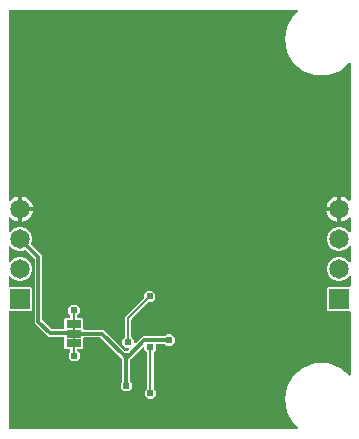
<source format=gbr>
G04 EAGLE Gerber RS-274X export*
G75*
%MOMM*%
%FSLAX34Y34*%
%LPD*%
%AMOC8*
5,1,8,0,0,1.08239X$1,22.5*%
G01*
%ADD10R,1.651000X1.651000*%
%ADD11C,1.651000*%
%ADD12R,1.270000X0.635000*%
%ADD13C,0.203200*%
%ADD14C,0.609600*%
%ADD15C,0.304800*%

G36*
X249890Y5221D02*
X249890Y5221D01*
X249980Y5226D01*
X250021Y5241D01*
X250064Y5248D01*
X250145Y5287D01*
X250230Y5318D01*
X250264Y5344D01*
X250303Y5363D01*
X250369Y5425D01*
X250441Y5480D01*
X250466Y5515D01*
X250497Y5545D01*
X250542Y5623D01*
X250594Y5696D01*
X250608Y5738D01*
X250629Y5775D01*
X250649Y5863D01*
X250677Y5949D01*
X250678Y5992D01*
X250687Y6035D01*
X250680Y6125D01*
X250681Y6215D01*
X250669Y6257D01*
X250666Y6300D01*
X250632Y6383D01*
X250607Y6470D01*
X250587Y6496D01*
X250567Y6547D01*
X250399Y6753D01*
X250381Y6765D01*
X250372Y6776D01*
X246348Y10153D01*
X240986Y19440D01*
X239124Y30000D01*
X240986Y40560D01*
X246348Y49847D01*
X254562Y56739D01*
X264638Y60407D01*
X275362Y60407D01*
X285438Y56739D01*
X293333Y50115D01*
X293344Y50108D01*
X293353Y50099D01*
X293457Y50039D01*
X293560Y49976D01*
X293572Y49973D01*
X293583Y49967D01*
X293701Y49941D01*
X293818Y49911D01*
X293830Y49912D01*
X293843Y49909D01*
X293963Y49919D01*
X294083Y49925D01*
X294095Y49930D01*
X294108Y49931D01*
X294219Y49975D01*
X294333Y50017D01*
X294343Y50025D01*
X294355Y50030D01*
X294448Y50106D01*
X294544Y50179D01*
X294551Y50189D01*
X294561Y50197D01*
X294628Y50298D01*
X294697Y50396D01*
X294701Y50408D01*
X294708Y50418D01*
X294716Y50453D01*
X294780Y50648D01*
X294782Y50747D01*
X294792Y50795D01*
X294792Y103978D01*
X294777Y104080D01*
X294769Y104182D01*
X294757Y104210D01*
X294752Y104241D01*
X294708Y104333D01*
X294670Y104429D01*
X294650Y104452D01*
X294637Y104480D01*
X294567Y104555D01*
X294502Y104635D01*
X294476Y104652D01*
X294455Y104674D01*
X294366Y104725D01*
X294281Y104782D01*
X294257Y104788D01*
X294225Y104806D01*
X293965Y104864D01*
X293927Y104861D01*
X293904Y104866D01*
X276008Y104866D01*
X274966Y105908D01*
X274966Y123892D01*
X276008Y124934D01*
X293904Y124934D01*
X294006Y124949D01*
X294108Y124957D01*
X294136Y124969D01*
X294167Y124974D01*
X294259Y125018D01*
X294355Y125056D01*
X294378Y125076D01*
X294406Y125089D01*
X294481Y125159D01*
X294561Y125224D01*
X294578Y125250D01*
X294600Y125271D01*
X294651Y125360D01*
X294708Y125445D01*
X294714Y125469D01*
X294732Y125501D01*
X294790Y125761D01*
X294787Y125799D01*
X294792Y125822D01*
X294792Y133758D01*
X294785Y133809D01*
X294786Y133861D01*
X294765Y133940D01*
X294752Y134021D01*
X294730Y134067D01*
X294716Y134117D01*
X294672Y134186D01*
X294637Y134260D01*
X294602Y134298D01*
X294574Y134341D01*
X294511Y134395D01*
X294455Y134454D01*
X294411Y134480D01*
X294371Y134513D01*
X294296Y134546D01*
X294225Y134586D01*
X294174Y134598D01*
X294127Y134618D01*
X294045Y134626D01*
X293965Y134644D01*
X293914Y134640D01*
X293862Y134645D01*
X293782Y134629D01*
X293700Y134623D01*
X293652Y134603D01*
X293602Y134593D01*
X293558Y134566D01*
X293453Y134524D01*
X293314Y134411D01*
X293276Y134386D01*
X290684Y131794D01*
X286996Y130266D01*
X283004Y130266D01*
X279316Y131794D01*
X276494Y134616D01*
X274966Y138304D01*
X274966Y142296D01*
X276494Y145984D01*
X279316Y148806D01*
X283004Y150334D01*
X286996Y150334D01*
X290684Y148806D01*
X293276Y146214D01*
X293317Y146183D01*
X293353Y146146D01*
X293424Y146105D01*
X293490Y146056D01*
X293539Y146039D01*
X293583Y146014D01*
X293663Y145996D01*
X293741Y145969D01*
X293793Y145967D01*
X293843Y145956D01*
X293925Y145962D01*
X294007Y145960D01*
X294056Y145973D01*
X294108Y145977D01*
X294184Y146008D01*
X294263Y146030D01*
X294307Y146057D01*
X294355Y146076D01*
X294418Y146128D01*
X294487Y146172D01*
X294521Y146211D01*
X294561Y146244D01*
X294606Y146312D01*
X294659Y146375D01*
X294680Y146422D01*
X294708Y146465D01*
X294720Y146516D01*
X294764Y146619D01*
X294782Y146798D01*
X294792Y146842D01*
X294792Y159158D01*
X294785Y159209D01*
X294786Y159261D01*
X294765Y159340D01*
X294752Y159421D01*
X294730Y159467D01*
X294716Y159517D01*
X294672Y159586D01*
X294637Y159660D01*
X294602Y159698D01*
X294574Y159741D01*
X294511Y159795D01*
X294455Y159854D01*
X294411Y159880D01*
X294371Y159913D01*
X294296Y159946D01*
X294225Y159986D01*
X294174Y159998D01*
X294127Y160018D01*
X294045Y160026D01*
X293965Y160044D01*
X293914Y160040D01*
X293862Y160045D01*
X293782Y160029D01*
X293700Y160023D01*
X293652Y160003D01*
X293602Y159993D01*
X293558Y159966D01*
X293453Y159924D01*
X293314Y159811D01*
X293276Y159786D01*
X290684Y157194D01*
X286996Y155666D01*
X283004Y155666D01*
X279316Y157194D01*
X276494Y160016D01*
X274966Y163704D01*
X274966Y167696D01*
X276494Y171384D01*
X279316Y174206D01*
X283004Y175734D01*
X286996Y175734D01*
X290684Y174206D01*
X293276Y171614D01*
X293317Y171583D01*
X293353Y171546D01*
X293424Y171505D01*
X293490Y171456D01*
X293539Y171439D01*
X293583Y171414D01*
X293663Y171396D01*
X293741Y171369D01*
X293793Y171367D01*
X293843Y171356D01*
X293925Y171362D01*
X294007Y171360D01*
X294056Y171373D01*
X294108Y171377D01*
X294184Y171408D01*
X294263Y171430D01*
X294307Y171457D01*
X294355Y171476D01*
X294418Y171528D01*
X294487Y171572D01*
X294521Y171611D01*
X294561Y171644D01*
X294606Y171712D01*
X294659Y171775D01*
X294680Y171822D01*
X294708Y171865D01*
X294720Y171916D01*
X294764Y172019D01*
X294782Y172198D01*
X294792Y172242D01*
X294792Y183480D01*
X294785Y183531D01*
X294786Y183583D01*
X294765Y183662D01*
X294752Y183743D01*
X294730Y183790D01*
X294716Y183839D01*
X294672Y183909D01*
X294637Y183983D01*
X294602Y184020D01*
X294574Y184064D01*
X294511Y184117D01*
X294455Y184177D01*
X294411Y184202D01*
X294371Y184236D01*
X294296Y184268D01*
X294225Y184309D01*
X294174Y184320D01*
X294127Y184340D01*
X294045Y184349D01*
X293965Y184367D01*
X293914Y184362D01*
X293862Y184368D01*
X293782Y184352D01*
X293700Y184345D01*
X293652Y184326D01*
X293602Y184316D01*
X293558Y184288D01*
X293453Y184246D01*
X293314Y184133D01*
X293276Y184108D01*
X292033Y182865D01*
X290658Y181867D01*
X289144Y181095D01*
X287528Y180570D01*
X286777Y180451D01*
X286777Y190211D01*
X286762Y190312D01*
X286753Y190415D01*
X286742Y190443D01*
X286737Y190474D01*
X286693Y190566D01*
X286654Y190661D01*
X286635Y190685D01*
X286622Y190713D01*
X286552Y190788D01*
X286487Y190868D01*
X286461Y190885D01*
X286440Y190907D01*
X286351Y190958D01*
X286266Y191015D01*
X286242Y191020D01*
X286210Y191039D01*
X285950Y191097D01*
X285912Y191094D01*
X285889Y191099D01*
X284999Y191099D01*
X284999Y191101D01*
X285889Y191101D01*
X285990Y191116D01*
X286093Y191125D01*
X286121Y191136D01*
X286152Y191141D01*
X286244Y191185D01*
X286339Y191224D01*
X286363Y191243D01*
X286391Y191256D01*
X286466Y191326D01*
X286546Y191391D01*
X286563Y191417D01*
X286585Y191438D01*
X286636Y191527D01*
X286693Y191612D01*
X286699Y191636D01*
X286717Y191669D01*
X286775Y191928D01*
X286772Y191966D01*
X286777Y191989D01*
X286777Y201749D01*
X287528Y201630D01*
X289144Y201105D01*
X290658Y200333D01*
X292033Y199335D01*
X293276Y198092D01*
X293317Y198061D01*
X293353Y198023D01*
X293424Y197982D01*
X293490Y197934D01*
X293539Y197917D01*
X293583Y197891D01*
X293663Y197873D01*
X293741Y197846D01*
X293793Y197845D01*
X293843Y197833D01*
X293925Y197840D01*
X294007Y197837D01*
X294056Y197851D01*
X294108Y197855D01*
X294184Y197886D01*
X294263Y197907D01*
X294307Y197935D01*
X294355Y197954D01*
X294418Y198006D01*
X294487Y198050D01*
X294521Y198089D01*
X294561Y198122D01*
X294606Y198190D01*
X294659Y198252D01*
X294680Y198300D01*
X294708Y198343D01*
X294720Y198393D01*
X294764Y198497D01*
X294782Y198675D01*
X294792Y198720D01*
X294792Y314005D01*
X294790Y314018D01*
X294792Y314030D01*
X294771Y314148D01*
X294752Y314268D01*
X294747Y314279D01*
X294745Y314292D01*
X294689Y314398D01*
X294637Y314507D01*
X294628Y314516D01*
X294622Y314528D01*
X294538Y314613D01*
X294455Y314701D01*
X294444Y314708D01*
X294435Y314717D01*
X294329Y314774D01*
X294225Y314833D01*
X294212Y314836D01*
X294201Y314842D01*
X294082Y314865D01*
X293965Y314891D01*
X293952Y314890D01*
X293940Y314892D01*
X293820Y314879D01*
X293700Y314869D01*
X293688Y314865D01*
X293676Y314863D01*
X293644Y314847D01*
X293453Y314770D01*
X293377Y314708D01*
X293333Y314685D01*
X285438Y308061D01*
X275362Y304393D01*
X264638Y304393D01*
X254562Y308061D01*
X246348Y314953D01*
X240986Y324240D01*
X239124Y334800D01*
X240986Y345360D01*
X246348Y354647D01*
X250372Y358024D01*
X250431Y358091D01*
X250497Y358153D01*
X250519Y358190D01*
X250548Y358223D01*
X250585Y358305D01*
X250629Y358383D01*
X250639Y358426D01*
X250657Y358465D01*
X250668Y358555D01*
X250687Y358643D01*
X250684Y358686D01*
X250689Y358729D01*
X250673Y358818D01*
X250666Y358908D01*
X250649Y358948D01*
X250642Y358991D01*
X250600Y359071D01*
X250567Y359155D01*
X250539Y359188D01*
X250519Y359227D01*
X250456Y359291D01*
X250399Y359361D01*
X250363Y359385D01*
X250332Y359416D01*
X250253Y359458D01*
X250178Y359508D01*
X250146Y359515D01*
X250098Y359541D01*
X249837Y359592D01*
X249815Y359589D01*
X249801Y359592D01*
X6096Y359592D01*
X5994Y359577D01*
X5892Y359569D01*
X5864Y359557D01*
X5833Y359552D01*
X5741Y359508D01*
X5645Y359470D01*
X5622Y359450D01*
X5594Y359437D01*
X5519Y359367D01*
X5439Y359302D01*
X5422Y359276D01*
X5400Y359255D01*
X5349Y359166D01*
X5292Y359081D01*
X5286Y359057D01*
X5268Y359025D01*
X5210Y358765D01*
X5213Y358727D01*
X5208Y358704D01*
X5208Y198720D01*
X5215Y198669D01*
X5214Y198617D01*
X5235Y198538D01*
X5248Y198457D01*
X5270Y198410D01*
X5284Y198361D01*
X5328Y198291D01*
X5363Y198217D01*
X5398Y198180D01*
X5426Y198136D01*
X5489Y198083D01*
X5545Y198023D01*
X5589Y197998D01*
X5629Y197964D01*
X5704Y197932D01*
X5775Y197891D01*
X5826Y197880D01*
X5873Y197860D01*
X5955Y197851D01*
X6035Y197833D01*
X6086Y197838D01*
X6138Y197832D01*
X6218Y197848D01*
X6300Y197855D01*
X6348Y197874D01*
X6398Y197884D01*
X6442Y197912D01*
X6547Y197954D01*
X6686Y198067D01*
X6724Y198092D01*
X7967Y199335D01*
X9342Y200333D01*
X10856Y201105D01*
X12472Y201630D01*
X13223Y201749D01*
X13223Y191989D01*
X13238Y191888D01*
X13246Y191785D01*
X13258Y191757D01*
X13263Y191726D01*
X13307Y191634D01*
X13345Y191539D01*
X13365Y191515D01*
X13378Y191487D01*
X13448Y191412D01*
X13513Y191332D01*
X13539Y191315D01*
X13560Y191293D01*
X13649Y191242D01*
X13734Y191185D01*
X13758Y191180D01*
X13790Y191161D01*
X14050Y191103D01*
X14088Y191106D01*
X14111Y191101D01*
X15001Y191101D01*
X15001Y191099D01*
X14111Y191099D01*
X14009Y191084D01*
X13907Y191075D01*
X13879Y191064D01*
X13848Y191059D01*
X13756Y191015D01*
X13660Y190976D01*
X13637Y190957D01*
X13609Y190944D01*
X13534Y190874D01*
X13454Y190809D01*
X13437Y190783D01*
X13415Y190762D01*
X13364Y190673D01*
X13307Y190588D01*
X13301Y190564D01*
X13283Y190531D01*
X13225Y190272D01*
X13228Y190234D01*
X13223Y190211D01*
X13223Y180451D01*
X12472Y180570D01*
X10856Y181095D01*
X9342Y181867D01*
X7967Y182865D01*
X6724Y184108D01*
X6683Y184139D01*
X6647Y184177D01*
X6576Y184218D01*
X6510Y184266D01*
X6461Y184283D01*
X6417Y184309D01*
X6337Y184327D01*
X6259Y184354D01*
X6207Y184355D01*
X6157Y184367D01*
X6075Y184360D01*
X5993Y184363D01*
X5944Y184349D01*
X5892Y184345D01*
X5816Y184314D01*
X5737Y184293D01*
X5693Y184265D01*
X5645Y184246D01*
X5582Y184194D01*
X5513Y184150D01*
X5479Y184111D01*
X5439Y184078D01*
X5394Y184010D01*
X5341Y183948D01*
X5320Y183900D01*
X5292Y183857D01*
X5280Y183807D01*
X5236Y183703D01*
X5218Y183525D01*
X5208Y183480D01*
X5208Y172242D01*
X5215Y172191D01*
X5214Y172139D01*
X5235Y172060D01*
X5248Y171979D01*
X5270Y171933D01*
X5284Y171883D01*
X5328Y171814D01*
X5363Y171740D01*
X5398Y171702D01*
X5426Y171659D01*
X5489Y171605D01*
X5545Y171546D01*
X5589Y171520D01*
X5629Y171487D01*
X5704Y171454D01*
X5775Y171414D01*
X5826Y171402D01*
X5873Y171382D01*
X5955Y171374D01*
X6035Y171356D01*
X6086Y171360D01*
X6138Y171355D01*
X6218Y171371D01*
X6300Y171377D01*
X6348Y171397D01*
X6398Y171407D01*
X6442Y171434D01*
X6547Y171476D01*
X6686Y171589D01*
X6724Y171614D01*
X9316Y174206D01*
X13004Y175734D01*
X16996Y175734D01*
X20684Y174206D01*
X23506Y171384D01*
X25034Y167696D01*
X25034Y163704D01*
X24275Y161872D01*
X24273Y161865D01*
X24270Y161860D01*
X24259Y161809D01*
X24235Y161754D01*
X24228Y161683D01*
X24211Y161614D01*
X24214Y161552D01*
X24208Y161490D01*
X24222Y161420D01*
X24226Y161348D01*
X24248Y161290D01*
X24260Y161229D01*
X24286Y161189D01*
X24319Y161099D01*
X24450Y160930D01*
X24467Y160904D01*
X31588Y153783D01*
X33783Y151588D01*
X33783Y97494D01*
X33786Y97473D01*
X33784Y97452D01*
X33806Y97342D01*
X33823Y97231D01*
X33832Y97212D01*
X33836Y97192D01*
X33860Y97153D01*
X33938Y96992D01*
X34015Y96909D01*
X34043Y96866D01*
X41306Y89603D01*
X41322Y89591D01*
X41336Y89574D01*
X41429Y89512D01*
X41519Y89446D01*
X41539Y89439D01*
X41557Y89427D01*
X41601Y89417D01*
X41771Y89358D01*
X41883Y89354D01*
X41934Y89343D01*
X51233Y89343D01*
X51335Y89358D01*
X51437Y89367D01*
X51465Y89378D01*
X51496Y89383D01*
X51588Y89428D01*
X51684Y89466D01*
X51707Y89485D01*
X51735Y89499D01*
X51810Y89569D01*
X51890Y89633D01*
X51907Y89659D01*
X51929Y89680D01*
X51980Y89769D01*
X52037Y89855D01*
X52043Y89878D01*
X52061Y89911D01*
X52119Y90170D01*
X52116Y90208D01*
X52121Y90231D01*
X52121Y97654D01*
X53163Y98696D01*
X56567Y98696D01*
X56669Y98711D01*
X56771Y98719D01*
X56799Y98731D01*
X56830Y98736D01*
X56922Y98780D01*
X57018Y98818D01*
X57041Y98838D01*
X57069Y98851D01*
X57144Y98921D01*
X57224Y98986D01*
X57241Y99012D01*
X57263Y99033D01*
X57314Y99122D01*
X57371Y99207D01*
X57377Y99231D01*
X57395Y99263D01*
X57453Y99523D01*
X57450Y99561D01*
X57455Y99584D01*
X57455Y100959D01*
X57452Y100980D01*
X57454Y101000D01*
X57432Y101111D01*
X57415Y101222D01*
X57406Y101240D01*
X57402Y101261D01*
X57378Y101300D01*
X57300Y101461D01*
X57223Y101543D01*
X57195Y101587D01*
X55625Y103157D01*
X55625Y107155D01*
X58453Y109983D01*
X62451Y109983D01*
X65279Y107155D01*
X65279Y103157D01*
X63305Y101183D01*
X63292Y101166D01*
X63276Y101153D01*
X63214Y101059D01*
X63147Y100969D01*
X63140Y100949D01*
X63129Y100932D01*
X63119Y100887D01*
X63060Y100718D01*
X63056Y100605D01*
X63045Y100555D01*
X63045Y99584D01*
X63060Y99482D01*
X63068Y99380D01*
X63080Y99352D01*
X63085Y99321D01*
X63129Y99229D01*
X63167Y99133D01*
X63187Y99110D01*
X63200Y99082D01*
X63270Y99007D01*
X63335Y98927D01*
X63361Y98910D01*
X63382Y98888D01*
X63471Y98837D01*
X63556Y98780D01*
X63580Y98774D01*
X63612Y98756D01*
X63872Y98698D01*
X63910Y98701D01*
X63933Y98696D01*
X67337Y98696D01*
X68379Y97654D01*
X68379Y89805D01*
X68394Y89703D01*
X68402Y89601D01*
X68414Y89573D01*
X68419Y89542D01*
X68463Y89450D01*
X68501Y89354D01*
X68521Y89331D01*
X68534Y89303D01*
X68604Y89228D01*
X68669Y89148D01*
X68695Y89131D01*
X68716Y89109D01*
X68805Y89058D01*
X68890Y89001D01*
X68914Y88995D01*
X68946Y88977D01*
X69206Y88919D01*
X69244Y88922D01*
X69267Y88917D01*
X85680Y88917D01*
X103724Y70873D01*
X103741Y70860D01*
X103754Y70844D01*
X103848Y70782D01*
X103938Y70715D01*
X103958Y70708D01*
X103975Y70697D01*
X104020Y70687D01*
X104189Y70628D01*
X104302Y70624D01*
X104352Y70613D01*
X105452Y70613D01*
X105473Y70616D01*
X105494Y70614D01*
X105604Y70636D01*
X105715Y70653D01*
X105734Y70662D01*
X105754Y70666D01*
X105793Y70690D01*
X105954Y70768D01*
X106037Y70845D01*
X106080Y70873D01*
X107334Y72127D01*
X107358Y72160D01*
X107362Y72163D01*
X107366Y72169D01*
X107403Y72204D01*
X107443Y72275D01*
X107492Y72341D01*
X107509Y72390D01*
X107534Y72434D01*
X107552Y72514D01*
X107579Y72592D01*
X107581Y72644D01*
X107592Y72694D01*
X107586Y72776D01*
X107588Y72858D01*
X107575Y72907D01*
X107571Y72959D01*
X107540Y73035D01*
X107519Y73114D01*
X107491Y73158D01*
X107472Y73206D01*
X107420Y73269D01*
X107376Y73338D01*
X107337Y73372D01*
X107304Y73412D01*
X107236Y73457D01*
X107173Y73510D01*
X107126Y73531D01*
X107083Y73559D01*
X107033Y73571D01*
X106929Y73615D01*
X106751Y73633D01*
X106706Y73643D01*
X104443Y73643D01*
X101615Y76471D01*
X101615Y80469D01*
X103387Y82241D01*
X103400Y82258D01*
X103416Y82271D01*
X103478Y82365D01*
X103545Y82455D01*
X103552Y82475D01*
X103563Y82492D01*
X103573Y82537D01*
X103632Y82706D01*
X103636Y82819D01*
X103647Y82869D01*
X103647Y99980D01*
X119627Y115959D01*
X119640Y115976D01*
X119656Y115990D01*
X119718Y116083D01*
X119785Y116173D01*
X119792Y116193D01*
X119803Y116211D01*
X119813Y116255D01*
X119872Y116424D01*
X119876Y116537D01*
X119887Y116588D01*
X119887Y119093D01*
X122715Y121921D01*
X126713Y121921D01*
X129541Y119093D01*
X129541Y115095D01*
X126713Y112267D01*
X124208Y112267D01*
X124187Y112264D01*
X124166Y112266D01*
X124056Y112244D01*
X123945Y112227D01*
X123926Y112218D01*
X123905Y112214D01*
X123867Y112190D01*
X123705Y112112D01*
X123623Y112035D01*
X123579Y112007D01*
X109497Y97925D01*
X109484Y97908D01*
X109468Y97894D01*
X109406Y97801D01*
X109339Y97711D01*
X109332Y97691D01*
X109321Y97673D01*
X109311Y97629D01*
X109252Y97460D01*
X109248Y97347D01*
X109237Y97296D01*
X109237Y82869D01*
X109240Y82849D01*
X109238Y82828D01*
X109260Y82717D01*
X109277Y82606D01*
X109286Y82588D01*
X109290Y82567D01*
X109314Y82528D01*
X109392Y82367D01*
X109469Y82285D01*
X109497Y82241D01*
X111269Y80469D01*
X111269Y78206D01*
X111276Y78155D01*
X111275Y78103D01*
X111296Y78024D01*
X111309Y77943D01*
X111331Y77897D01*
X111345Y77847D01*
X111389Y77778D01*
X111424Y77704D01*
X111459Y77666D01*
X111487Y77623D01*
X111550Y77569D01*
X111606Y77509D01*
X111650Y77484D01*
X111690Y77450D01*
X111765Y77418D01*
X111836Y77378D01*
X111887Y77366D01*
X111934Y77346D01*
X112016Y77338D01*
X112096Y77320D01*
X112147Y77324D01*
X112199Y77319D01*
X112279Y77335D01*
X112361Y77341D01*
X112409Y77361D01*
X112459Y77371D01*
X112503Y77398D01*
X112608Y77440D01*
X112747Y77553D01*
X112785Y77578D01*
X118774Y83567D01*
X137079Y83567D01*
X137099Y83570D01*
X137120Y83568D01*
X137231Y83590D01*
X137342Y83607D01*
X137360Y83616D01*
X137381Y83620D01*
X137420Y83644D01*
X137581Y83722D01*
X137663Y83799D01*
X137707Y83827D01*
X138971Y85091D01*
X142969Y85091D01*
X145797Y82263D01*
X145797Y78265D01*
X142969Y75437D01*
X138971Y75437D01*
X137707Y76701D01*
X137690Y76714D01*
X137677Y76730D01*
X137583Y76792D01*
X137493Y76859D01*
X137473Y76866D01*
X137456Y76877D01*
X137411Y76887D01*
X137242Y76946D01*
X137129Y76950D01*
X137079Y76961D01*
X130715Y76961D01*
X130613Y76946D01*
X130511Y76938D01*
X130483Y76926D01*
X130452Y76921D01*
X130360Y76877D01*
X130264Y76839D01*
X130241Y76819D01*
X130213Y76806D01*
X130138Y76736D01*
X130058Y76671D01*
X130041Y76645D01*
X130019Y76624D01*
X129968Y76535D01*
X129911Y76450D01*
X129905Y76426D01*
X129887Y76394D01*
X129829Y76134D01*
X129832Y76096D01*
X129827Y76073D01*
X129827Y71915D01*
X128277Y70365D01*
X128264Y70348D01*
X128248Y70335D01*
X128186Y70241D01*
X128119Y70151D01*
X128112Y70131D01*
X128101Y70114D01*
X128091Y70069D01*
X128032Y69900D01*
X128028Y69787D01*
X128017Y69737D01*
X128017Y39705D01*
X128020Y39685D01*
X128018Y39664D01*
X128040Y39553D01*
X128057Y39442D01*
X128066Y39424D01*
X128070Y39403D01*
X128094Y39364D01*
X128172Y39203D01*
X128249Y39121D01*
X128277Y39077D01*
X130049Y37305D01*
X130049Y33307D01*
X127221Y30479D01*
X123223Y30479D01*
X120395Y33307D01*
X120395Y37305D01*
X122167Y39077D01*
X122180Y39094D01*
X122196Y39107D01*
X122258Y39201D01*
X122325Y39291D01*
X122332Y39311D01*
X122343Y39328D01*
X122353Y39373D01*
X122412Y39542D01*
X122416Y39655D01*
X122427Y39705D01*
X122427Y69293D01*
X122424Y69313D01*
X122426Y69334D01*
X122404Y69445D01*
X122387Y69556D01*
X122378Y69574D01*
X122374Y69595D01*
X122350Y69634D01*
X122272Y69795D01*
X122195Y69877D01*
X122167Y69921D01*
X120173Y71915D01*
X120173Y73480D01*
X120166Y73531D01*
X120167Y73583D01*
X120146Y73662D01*
X120133Y73743D01*
X120111Y73789D01*
X120097Y73839D01*
X120053Y73908D01*
X120018Y73982D01*
X119983Y74020D01*
X119955Y74063D01*
X119892Y74117D01*
X119836Y74177D01*
X119792Y74202D01*
X119752Y74236D01*
X119677Y74268D01*
X119606Y74308D01*
X119555Y74320D01*
X119508Y74340D01*
X119426Y74348D01*
X119346Y74366D01*
X119295Y74362D01*
X119243Y74367D01*
X119163Y74351D01*
X119081Y74345D01*
X119033Y74325D01*
X118983Y74315D01*
X118939Y74288D01*
X118834Y74246D01*
X118695Y74133D01*
X118657Y74108D01*
X110370Y65821D01*
X108465Y63916D01*
X108452Y63899D01*
X108436Y63886D01*
X108374Y63792D01*
X108307Y63702D01*
X108300Y63682D01*
X108289Y63665D01*
X108279Y63620D01*
X108220Y63451D01*
X108216Y63338D01*
X108205Y63288D01*
X108205Y45293D01*
X108208Y45273D01*
X108206Y45252D01*
X108228Y45141D01*
X108245Y45030D01*
X108254Y45012D01*
X108258Y44991D01*
X108282Y44952D01*
X108360Y44791D01*
X108437Y44709D01*
X108465Y44665D01*
X109729Y43401D01*
X109729Y39403D01*
X106901Y36575D01*
X102903Y36575D01*
X100075Y39403D01*
X100075Y43401D01*
X101339Y44665D01*
X101352Y44682D01*
X101368Y44695D01*
X101430Y44789D01*
X101497Y44879D01*
X101504Y44899D01*
X101515Y44916D01*
X101525Y44961D01*
X101584Y45130D01*
X101588Y45243D01*
X101599Y45293D01*
X101599Y63288D01*
X101596Y63309D01*
X101598Y63330D01*
X101576Y63440D01*
X101559Y63551D01*
X101550Y63570D01*
X101546Y63590D01*
X101522Y63629D01*
X101444Y63790D01*
X101367Y63873D01*
X101339Y63916D01*
X83204Y82051D01*
X83187Y82064D01*
X83174Y82080D01*
X83080Y82142D01*
X82990Y82209D01*
X82970Y82216D01*
X82953Y82227D01*
X82908Y82237D01*
X82739Y82296D01*
X82626Y82300D01*
X82576Y82311D01*
X69267Y82311D01*
X69165Y82296D01*
X69063Y82288D01*
X69035Y82276D01*
X69004Y82271D01*
X68912Y82227D01*
X68816Y82189D01*
X68793Y82169D01*
X68765Y82156D01*
X68690Y82086D01*
X68610Y82021D01*
X68593Y81995D01*
X68571Y81974D01*
X68520Y81885D01*
X68463Y81800D01*
X68457Y81776D01*
X68439Y81744D01*
X68381Y81484D01*
X68384Y81446D01*
X68379Y81423D01*
X68379Y73574D01*
X67337Y72532D01*
X64200Y72532D01*
X64149Y72525D01*
X64098Y72526D01*
X64018Y72505D01*
X63937Y72492D01*
X63891Y72470D01*
X63841Y72456D01*
X63772Y72412D01*
X63698Y72377D01*
X63660Y72342D01*
X63617Y72314D01*
X63564Y72251D01*
X63504Y72195D01*
X63478Y72151D01*
X63445Y72111D01*
X63412Y72036D01*
X63372Y71965D01*
X63361Y71914D01*
X63340Y71867D01*
X63332Y71785D01*
X63314Y71705D01*
X63318Y71654D01*
X63313Y71602D01*
X63329Y71522D01*
X63336Y71440D01*
X63355Y71392D01*
X63365Y71342D01*
X63393Y71298D01*
X63435Y71193D01*
X63548Y71054D01*
X63572Y71016D01*
X65787Y68801D01*
X65787Y64803D01*
X62959Y61975D01*
X58961Y61975D01*
X56133Y64803D01*
X56133Y68801D01*
X57195Y69863D01*
X57208Y69880D01*
X57224Y69893D01*
X57286Y69987D01*
X57353Y70077D01*
X57360Y70097D01*
X57371Y70114D01*
X57381Y70159D01*
X57440Y70328D01*
X57444Y70441D01*
X57455Y70491D01*
X57455Y71644D01*
X57440Y71746D01*
X57432Y71848D01*
X57420Y71876D01*
X57415Y71907D01*
X57371Y71999D01*
X57333Y72095D01*
X57313Y72118D01*
X57300Y72146D01*
X57230Y72221D01*
X57165Y72301D01*
X57139Y72318D01*
X57118Y72340D01*
X57029Y72391D01*
X56944Y72448D01*
X56920Y72454D01*
X56888Y72472D01*
X56628Y72530D01*
X56590Y72527D01*
X56567Y72532D01*
X53163Y72532D01*
X52121Y73574D01*
X52121Y81849D01*
X52106Y81951D01*
X52098Y82053D01*
X52086Y82082D01*
X52081Y82112D01*
X52037Y82204D01*
X51999Y82300D01*
X51979Y82324D01*
X51966Y82351D01*
X51896Y82426D01*
X51831Y82506D01*
X51805Y82523D01*
X51784Y82546D01*
X51695Y82597D01*
X51610Y82654D01*
X51586Y82659D01*
X51554Y82678D01*
X51294Y82736D01*
X51256Y82732D01*
X51233Y82738D01*
X38830Y82738D01*
X36635Y84932D01*
X27177Y94390D01*
X27177Y148484D01*
X27174Y148505D01*
X27176Y148526D01*
X27154Y148636D01*
X27137Y148747D01*
X27128Y148766D01*
X27124Y148786D01*
X27100Y148825D01*
X27022Y148986D01*
X26945Y149069D01*
X26917Y149112D01*
X19796Y156233D01*
X19747Y156270D01*
X19703Y156314D01*
X19640Y156348D01*
X19582Y156391D01*
X19524Y156411D01*
X19469Y156440D01*
X19399Y156454D01*
X19331Y156478D01*
X19269Y156480D01*
X19209Y156492D01*
X19161Y156484D01*
X19066Y156487D01*
X18859Y156431D01*
X18828Y156425D01*
X16996Y155666D01*
X13004Y155666D01*
X9316Y157194D01*
X6724Y159786D01*
X6683Y159817D01*
X6647Y159854D01*
X6576Y159895D01*
X6510Y159944D01*
X6461Y159961D01*
X6417Y159986D01*
X6337Y160004D01*
X6259Y160031D01*
X6207Y160033D01*
X6157Y160044D01*
X6075Y160038D01*
X5993Y160040D01*
X5944Y160027D01*
X5892Y160023D01*
X5816Y159992D01*
X5737Y159970D01*
X5693Y159943D01*
X5645Y159924D01*
X5582Y159872D01*
X5513Y159828D01*
X5479Y159789D01*
X5439Y159756D01*
X5394Y159688D01*
X5341Y159625D01*
X5320Y159578D01*
X5292Y159535D01*
X5280Y159484D01*
X5236Y159381D01*
X5218Y159202D01*
X5208Y159158D01*
X5208Y146842D01*
X5215Y146791D01*
X5214Y146739D01*
X5235Y146660D01*
X5248Y146579D01*
X5270Y146533D01*
X5284Y146483D01*
X5328Y146414D01*
X5363Y146340D01*
X5398Y146302D01*
X5426Y146259D01*
X5489Y146205D01*
X5545Y146146D01*
X5589Y146120D01*
X5629Y146087D01*
X5704Y146054D01*
X5775Y146014D01*
X5826Y146002D01*
X5873Y145982D01*
X5955Y145974D01*
X6035Y145956D01*
X6086Y145960D01*
X6138Y145955D01*
X6218Y145971D01*
X6300Y145977D01*
X6348Y145997D01*
X6398Y146007D01*
X6442Y146034D01*
X6547Y146076D01*
X6686Y146189D01*
X6724Y146214D01*
X9316Y148806D01*
X13004Y150334D01*
X16996Y150334D01*
X20684Y148806D01*
X23506Y145984D01*
X25034Y142296D01*
X25034Y138304D01*
X23506Y134616D01*
X20684Y131794D01*
X16996Y130266D01*
X13004Y130266D01*
X9316Y131794D01*
X6724Y134386D01*
X6683Y134417D01*
X6647Y134454D01*
X6576Y134495D01*
X6510Y134544D01*
X6461Y134561D01*
X6417Y134586D01*
X6337Y134604D01*
X6259Y134631D01*
X6207Y134633D01*
X6157Y134644D01*
X6075Y134638D01*
X5993Y134640D01*
X5944Y134627D01*
X5892Y134623D01*
X5816Y134592D01*
X5737Y134570D01*
X5693Y134543D01*
X5645Y134524D01*
X5582Y134472D01*
X5513Y134428D01*
X5479Y134389D01*
X5439Y134356D01*
X5394Y134288D01*
X5341Y134225D01*
X5320Y134178D01*
X5292Y134135D01*
X5280Y134084D01*
X5236Y133981D01*
X5218Y133802D01*
X5208Y133758D01*
X5208Y125822D01*
X5223Y125720D01*
X5231Y125618D01*
X5243Y125590D01*
X5248Y125559D01*
X5292Y125467D01*
X5330Y125371D01*
X5350Y125348D01*
X5363Y125320D01*
X5433Y125245D01*
X5498Y125165D01*
X5524Y125148D01*
X5545Y125126D01*
X5634Y125075D01*
X5719Y125018D01*
X5743Y125012D01*
X5775Y124994D01*
X6035Y124936D01*
X6073Y124939D01*
X6096Y124934D01*
X23992Y124934D01*
X25034Y123892D01*
X25034Y105908D01*
X23992Y104866D01*
X6096Y104866D01*
X5994Y104851D01*
X5892Y104843D01*
X5864Y104831D01*
X5833Y104826D01*
X5741Y104782D01*
X5645Y104744D01*
X5622Y104724D01*
X5594Y104711D01*
X5519Y104641D01*
X5439Y104576D01*
X5422Y104550D01*
X5400Y104529D01*
X5349Y104440D01*
X5292Y104355D01*
X5286Y104331D01*
X5268Y104299D01*
X5210Y104039D01*
X5213Y104001D01*
X5208Y103978D01*
X5208Y6096D01*
X5223Y5994D01*
X5231Y5892D01*
X5243Y5864D01*
X5248Y5833D01*
X5292Y5741D01*
X5330Y5645D01*
X5350Y5622D01*
X5363Y5594D01*
X5433Y5519D01*
X5498Y5439D01*
X5524Y5422D01*
X5545Y5400D01*
X5634Y5349D01*
X5719Y5292D01*
X5743Y5286D01*
X5775Y5268D01*
X6035Y5210D01*
X6073Y5213D01*
X6096Y5208D01*
X249801Y5208D01*
X249890Y5221D01*
G37*
%LPC*%
G36*
X16777Y192877D02*
X16777Y192877D01*
X16777Y201749D01*
X17528Y201630D01*
X19144Y201105D01*
X20658Y200333D01*
X22033Y199335D01*
X23235Y198133D01*
X24233Y196758D01*
X25005Y195244D01*
X25530Y193628D01*
X25649Y192877D01*
X16777Y192877D01*
G37*
%LPD*%
%LPC*%
G36*
X274351Y192877D02*
X274351Y192877D01*
X274470Y193628D01*
X274995Y195244D01*
X275767Y196758D01*
X276765Y198133D01*
X277967Y199335D01*
X279342Y200333D01*
X280856Y201105D01*
X282472Y201630D01*
X283223Y201749D01*
X283223Y192877D01*
X274351Y192877D01*
G37*
%LPD*%
%LPC*%
G36*
X16777Y189323D02*
X16777Y189323D01*
X25649Y189323D01*
X25530Y188572D01*
X25005Y186956D01*
X24233Y185442D01*
X23235Y184067D01*
X22033Y182865D01*
X20658Y181867D01*
X19144Y181095D01*
X17528Y180570D01*
X16777Y180451D01*
X16777Y189323D01*
G37*
%LPD*%
%LPC*%
G36*
X282472Y180570D02*
X282472Y180570D01*
X280856Y181095D01*
X279342Y181867D01*
X277967Y182865D01*
X276765Y184067D01*
X275767Y185442D01*
X274995Y186956D01*
X274470Y188572D01*
X274351Y189323D01*
X283223Y189323D01*
X283223Y180451D01*
X282472Y180570D01*
G37*
%LPD*%
D10*
X15000Y114900D03*
D11*
X15000Y140300D03*
X15000Y165700D03*
X15000Y191100D03*
D10*
X285000Y114900D03*
D11*
X285000Y140300D03*
X285000Y165700D03*
X285000Y191100D03*
D12*
X60250Y77486D03*
X60250Y85614D03*
X60250Y93742D03*
D13*
X60250Y85614D02*
X60250Y77232D01*
X60250Y85614D02*
X60250Y94250D01*
D14*
X254000Y122682D03*
X290830Y153162D03*
X149860Y49022D03*
X149860Y56642D03*
X149860Y28702D03*
X149860Y16002D03*
X125222Y35306D03*
D13*
X125222Y73692D01*
X125000Y73914D01*
D14*
X125000Y73914D03*
X124714Y117094D03*
D13*
X106442Y98822D01*
X106442Y78470D01*
D14*
X106442Y78470D03*
D13*
X60250Y93742D02*
X60250Y104954D01*
X60452Y105156D01*
D14*
X60452Y105156D03*
X60960Y66802D03*
D13*
X60250Y67512D02*
X60250Y77486D01*
X60250Y67512D02*
X60960Y66802D01*
D15*
X30480Y150220D02*
X15000Y165700D01*
X30480Y150220D02*
X30480Y95758D01*
X40198Y86040D01*
D14*
X140970Y80264D03*
D15*
X120142Y80264D01*
X104902Y65024D02*
X104902Y41402D01*
D14*
X104902Y41402D03*
D15*
X106807Y66929D02*
X120142Y80264D01*
X106807Y66929D02*
X104902Y65024D01*
X102616Y67310D01*
X106426Y67310D01*
X106807Y66929D01*
X60250Y85614D02*
X59824Y86040D01*
X40198Y86040D01*
X60250Y85614D02*
X84312Y85614D01*
X102616Y67310D01*
M02*

</source>
